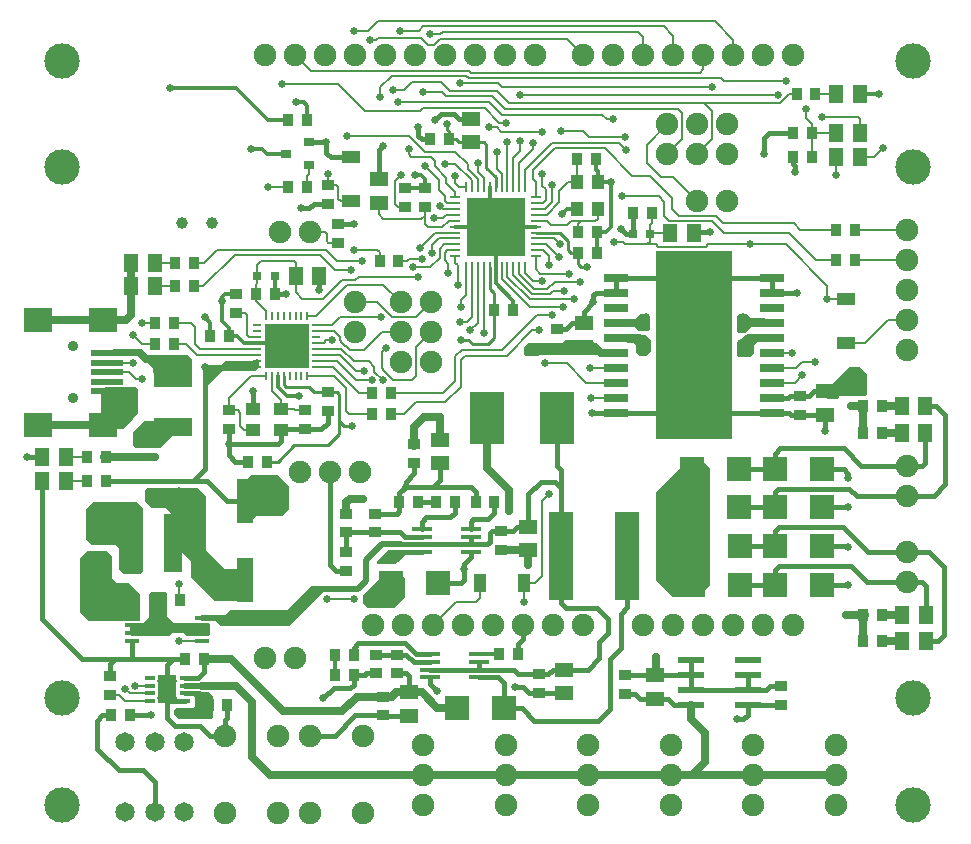
<source format=gtl>
%FSLAX23Y23*%
%MOIN*%
G70*
G01*
G75*
G04 Layer_Physical_Order=1*
G04 Layer_Color=255*
%ADD10R,0.039X0.037*%
%ADD11R,0.050X0.060*%
%ADD12R,0.060X0.050*%
%ADD13R,0.059X0.039*%
%ADD14R,0.083X0.026*%
%ADD15R,0.256X0.630*%
%ADD16R,0.035X0.031*%
%ADD17R,0.035X0.031*%
%ADD18R,0.028X0.031*%
%ADD19R,0.039X0.059*%
%ADD20R,0.197X0.197*%
%ADD21R,0.035X0.010*%
%ADD22R,0.010X0.035*%
%ADD23R,0.118X0.177*%
%ADD24R,0.079X0.295*%
%ADD25R,0.126X0.059*%
%ADD26R,0.055X0.150*%
%ADD27R,0.050X0.014*%
%ADD28R,0.110X0.020*%
%ADD29R,0.098X0.079*%
%ADD30R,0.087X0.024*%
%ADD31R,0.071X0.016*%
%ADD32R,0.079X0.079*%
%ADD33R,0.047X0.043*%
%ADD34R,0.043X0.047*%
%ADD35R,0.063X0.197*%
%ADD36R,0.010X0.026*%
%ADD37R,0.026X0.010*%
%ADD38R,0.150X0.150*%
%ADD39R,0.037X0.039*%
G04:AMPARAMS|DCode=40|XSize=14mil|YSize=33mil|CornerRadius=1mil|HoleSize=0mil|Usage=FLASHONLY|Rotation=270.000|XOffset=0mil|YOffset=0mil|HoleType=Round|Shape=RoundedRectangle|*
%AMROUNDEDRECTD40*
21,1,0.014,0.031,0,0,270.0*
21,1,0.011,0.033,0,0,270.0*
1,1,0.003,-0.015,-0.006*
1,1,0.003,-0.015,0.006*
1,1,0.003,0.015,0.006*
1,1,0.003,0.015,-0.006*
%
%ADD40ROUNDEDRECTD40*%
%ADD41R,0.063X0.094*%
%ADD42C,0.008*%
%ADD43C,0.015*%
%ADD44C,0.020*%
%ADD45C,0.025*%
%ADD46C,0.018*%
%ADD47C,0.012*%
%ADD48C,0.010*%
%ADD49C,0.075*%
%ADD50C,0.065*%
%ADD51C,0.118*%
%ADD52C,0.035*%
%ADD53C,0.025*%
%ADD54C,0.039*%
G36*
X1308Y943D02*
X1319Y932D01*
Y911D01*
Y869D01*
X1318Y868D01*
X1283Y833D01*
X1195D01*
X1189Y839D01*
X1178Y850D01*
Y875D01*
X1196Y893D01*
X1232Y929D01*
X1234D01*
D01*
D01*
D01*
D01*
X1234D01*
Y929D01*
X1234Y929D01*
D01*
X1238Y929D01*
X1238D01*
D01*
D01*
Y929D01*
Y929D01*
X1248D01*
X1238Y931D01*
Y931D01*
X1238Y931D01*
X1237Y932D01*
X1237Y947D01*
X1304D01*
X1308Y943D01*
D02*
G37*
G36*
X2336Y1298D02*
Y1260D01*
Y910D01*
X2321Y895D01*
X2294Y868D01*
X2213D01*
X2205Y876D01*
X2156Y925D01*
Y1074D01*
Y1220D01*
X2254Y1318D01*
X2251Y1323D01*
X2254Y1327D01*
X2305D01*
X2306Y1328D01*
X2336Y1298D01*
D02*
G37*
G36*
X431Y1179D02*
X444Y1166D01*
Y1160D01*
Y953D01*
X436Y945D01*
X381D01*
X366Y960D01*
Y963D01*
Y1031D01*
X364Y1033D01*
X355Y1042D01*
X276D01*
X275Y1043D01*
X258Y1060D01*
X257D01*
Y1162D01*
X281Y1186D01*
X424D01*
X431Y1179D01*
D02*
G37*
G36*
X932Y1238D02*
Y1236D01*
Y1162D01*
X910Y1140D01*
X908Y1138D01*
X823D01*
X806Y1121D01*
X786Y1139D01*
Y1253D01*
X787Y1254D01*
X807Y1274D01*
X896D01*
X932Y1238D01*
D02*
G37*
G36*
X1322Y1013D02*
X1320Y1011D01*
X1287Y978D01*
X1229D01*
X1226Y981D01*
Y989D01*
X1263Y1026D01*
X1306D01*
X1308Y1026D01*
X1322D01*
Y1013D01*
D02*
G37*
G36*
X526Y880D02*
Y839D01*
Y805D01*
X530Y801D01*
X548Y783D01*
X635D01*
X642Y782D01*
X664D01*
X670Y776D01*
Y744D01*
X665Y739D01*
X591D01*
X582Y748D01*
X543D01*
X534Y739D01*
X419D01*
X418Y740D01*
X417Y741D01*
Y781D01*
X446D01*
X466Y801D01*
Y807D01*
Y877D01*
X467Y878D01*
X473Y884D01*
X522D01*
X526Y880D01*
D02*
G37*
G36*
X642Y553D02*
X664D01*
X678Y539D01*
Y468D01*
X671Y461D01*
X566D01*
X548Y479D01*
Y493D01*
X555Y500D01*
X613D01*
X619Y506D01*
Y536D01*
X607Y548D01*
Y554D01*
X634D01*
X642Y553D01*
D02*
G37*
G36*
X1060Y899D02*
X932Y771D01*
X705D01*
X684Y792D01*
X667D01*
Y797D01*
X667Y797D01*
X667Y797D01*
X668Y800D01*
X710D01*
X735Y825D01*
X928D01*
X1007Y904D01*
X1058D01*
X1060Y899D01*
D02*
G37*
G36*
X655Y1207D02*
Y1027D01*
X720Y962D01*
X781D01*
X800Y943D01*
Y882D01*
X775Y857D01*
X683D01*
X605Y935D01*
Y989D01*
X541Y1053D01*
Y1145D01*
X522Y1164D01*
X474D01*
X453Y1185D01*
Y1226D01*
X460Y1233D01*
X629D01*
X655Y1207D01*
D02*
G37*
G36*
X343Y1004D02*
Y933D01*
X359Y917D01*
X398D01*
X436Y879D01*
Y790D01*
X264D01*
X237Y817D01*
Y999D01*
X259Y1021D01*
X326D01*
X343Y1004D01*
D02*
G37*
G36*
X2124Y1739D02*
X2139Y1724D01*
Y1700D01*
Y1686D01*
X2127Y1674D01*
X2125Y1672D01*
X2102D01*
X2091Y1683D01*
X2089Y1685D01*
Y1706D01*
Y1710D01*
X2083Y1716D01*
X2063D01*
X2050Y1729D01*
X2049Y1730D01*
Y1743D01*
X2120D01*
X2124Y1739D01*
D02*
G37*
G36*
X1980Y1688D02*
Y1685D01*
X2007D01*
X2012Y1680D01*
X2010Y1675D01*
X1767D01*
X1764Y1672D01*
X1723D01*
X1716Y1679D01*
Y1700D01*
X1730Y1714D01*
X1843D01*
X1856Y1727D01*
X1941D01*
X1980Y1688D01*
D02*
G37*
G36*
X2518Y1741D02*
Y1724D01*
X2497D01*
X2494Y1721D01*
X2482Y1709D01*
Y1705D01*
Y1681D01*
X2479Y1678D01*
X2470Y1669D01*
X2434D01*
X2433Y1670D01*
X2427Y1676D01*
Y1677D01*
Y1716D01*
X2429Y1718D01*
X2453Y1742D01*
X2454D01*
X2454Y1742D01*
X2457Y1742D01*
X2458Y1743D01*
X2516D01*
X2518Y1741D01*
D02*
G37*
G36*
X2135Y1807D02*
X2136Y1806D01*
Y1764D01*
Y1762D01*
X2129Y1755D01*
X2128Y1756D01*
X2098D01*
X2078Y1776D01*
X2077Y1775D01*
X2046D01*
Y1785D01*
X2046Y1785D01*
X2046Y1785D01*
X2047Y1787D01*
X2079D01*
X2103Y1811D01*
X2104Y1812D01*
X2130D01*
X2135Y1807D01*
D02*
G37*
G36*
X2460Y1811D02*
X2473Y1798D01*
X2519D01*
X2534Y1783D01*
X2525Y1770D01*
X2474D01*
X2466Y1762D01*
X2454Y1750D01*
X2431D01*
X2425Y1756D01*
Y1766D01*
Y1803D01*
X2430Y1808D01*
X2435Y1813D01*
X2458D01*
X2460Y1811D01*
D02*
G37*
G36*
X2860Y1611D02*
Y1547D01*
Y1545D01*
X2856Y1541D01*
X2855Y1540D01*
X2766D01*
Y1537D01*
X2759Y1530D01*
X2727D01*
X2719Y1554D01*
X2799Y1634D01*
X2837D01*
X2860Y1611D01*
D02*
G37*
G36*
X542Y1413D02*
X546Y1409D01*
X503Y1366D01*
X419D01*
X411Y1374D01*
Y1375D01*
Y1417D01*
X450Y1456D01*
X542D01*
Y1413D01*
D02*
G37*
G36*
X417Y1484D02*
X377Y1444D01*
X376Y1443D01*
X307D01*
Y1554D01*
X309Y1555D01*
Y1555D01*
X309Y1555D01*
X417D01*
Y1484D01*
D02*
G37*
G36*
X825Y1629D02*
X819Y1623D01*
X712D01*
X712Y1624D01*
X657Y1569D01*
X652Y1570D01*
X651Y1635D01*
X655Y1639D01*
X702D01*
X719Y1656D01*
X825D01*
X825Y1629D01*
D02*
G37*
G36*
X446Y1691D02*
X463Y1674D01*
X595D01*
X598Y1671D01*
X610Y1659D01*
Y1657D01*
Y1627D01*
X591Y1608D01*
X491D01*
X490Y1609D01*
X479Y1620D01*
Y1623D01*
Y1631D01*
X451Y1659D01*
X429Y1681D01*
X339D01*
X337Y1686D01*
X348Y1697D01*
X440D01*
X446Y1691D01*
D02*
G37*
D10*
X731Y1491D02*
D03*
Y1428D02*
D03*
X1826Y1761D02*
D03*
Y1698D02*
D03*
X2634Y1539D02*
D03*
Y1476D02*
D03*
X1319Y2169D02*
D03*
Y2232D02*
D03*
X1385D02*
D03*
Y2169D02*
D03*
X1061Y1553D02*
D03*
Y1490D02*
D03*
X987Y1428D02*
D03*
Y1491D02*
D03*
X2572Y573D02*
D03*
Y510D02*
D03*
X2053Y608D02*
D03*
Y545D02*
D03*
X1766Y612D02*
D03*
Y549D02*
D03*
X1247Y474D02*
D03*
Y537D02*
D03*
X1640Y1088D02*
D03*
Y1025D02*
D03*
X1350Y1315D02*
D03*
Y1378D02*
D03*
X755Y1815D02*
D03*
Y1878D02*
D03*
X1061Y2178D02*
D03*
Y2241D02*
D03*
X1097Y2113D02*
D03*
Y2050D02*
D03*
X1121Y1019D02*
D03*
Y956D02*
D03*
Y1084D02*
D03*
Y1147D02*
D03*
X1220Y1084D02*
D03*
Y1147D02*
D03*
X1291Y614D02*
D03*
Y677D02*
D03*
X1221Y614D02*
D03*
Y677D02*
D03*
X335Y542D02*
D03*
Y605D02*
D03*
D11*
X3053Y1417D02*
D03*
X2975D02*
D03*
X3053Y1505D02*
D03*
X2975D02*
D03*
X2977Y808D02*
D03*
X3055D02*
D03*
X2977Y721D02*
D03*
X3055D02*
D03*
X2835Y2417D02*
D03*
X2757D02*
D03*
X2835Y2337D02*
D03*
X2757D02*
D03*
Y2545D02*
D03*
X2835D02*
D03*
X954Y1940D02*
D03*
X1032D02*
D03*
X484Y1982D02*
D03*
X406D02*
D03*
X484Y1904D02*
D03*
X406D02*
D03*
X110Y1335D02*
D03*
X188D02*
D03*
X110Y1255D02*
D03*
X188D02*
D03*
X2281Y2081D02*
D03*
X2203D02*
D03*
D12*
X1231Y2183D02*
D03*
Y2261D02*
D03*
X1915Y1781D02*
D03*
Y1703D02*
D03*
X2719Y1476D02*
D03*
Y1554D02*
D03*
X1539Y2384D02*
D03*
Y2462D02*
D03*
X2153Y608D02*
D03*
Y530D02*
D03*
X1435Y1393D02*
D03*
Y1315D02*
D03*
X1730Y1025D02*
D03*
Y1103D02*
D03*
X1850Y627D02*
D03*
Y549D02*
D03*
X1331Y473D02*
D03*
Y551D02*
D03*
D13*
X1140Y2334D02*
D03*
Y2188D02*
D03*
X2790Y1861D02*
D03*
Y1715D02*
D03*
D14*
X2023Y1933D02*
D03*
Y1883D02*
D03*
Y1833D02*
D03*
Y1783D02*
D03*
Y1733D02*
D03*
Y1683D02*
D03*
Y1633D02*
D03*
Y1583D02*
D03*
Y1533D02*
D03*
Y1483D02*
D03*
X2541Y1933D02*
D03*
Y1883D02*
D03*
Y1833D02*
D03*
Y1783D02*
D03*
Y1733D02*
D03*
Y1683D02*
D03*
Y1633D02*
D03*
Y1583D02*
D03*
Y1533D02*
D03*
Y1483D02*
D03*
D15*
X2282Y1708D02*
D03*
D16*
X1000Y2310D02*
D03*
D17*
Y2385D02*
D03*
X921Y2347D02*
D03*
D18*
X2079Y2080D02*
D03*
X2136D02*
D03*
X884Y1940D02*
D03*
X827D02*
D03*
D19*
X1569Y915D02*
D03*
X1715D02*
D03*
D20*
X1621Y2103D02*
D03*
D21*
X1755Y2005D02*
D03*
Y2024D02*
D03*
Y2044D02*
D03*
Y2064D02*
D03*
Y2083D02*
D03*
Y2103D02*
D03*
Y2123D02*
D03*
Y2142D02*
D03*
Y2162D02*
D03*
Y2182D02*
D03*
Y2201D02*
D03*
X1487D02*
D03*
Y2182D02*
D03*
Y2162D02*
D03*
Y2142D02*
D03*
Y2123D02*
D03*
Y2103D02*
D03*
Y2083D02*
D03*
Y2064D02*
D03*
Y2044D02*
D03*
Y2024D02*
D03*
Y2005D02*
D03*
D22*
X1719Y2237D02*
D03*
X1700D02*
D03*
X1680D02*
D03*
X1660D02*
D03*
X1641D02*
D03*
X1621D02*
D03*
X1601D02*
D03*
X1582D02*
D03*
X1562D02*
D03*
X1542D02*
D03*
X1523D02*
D03*
Y1969D02*
D03*
X1542D02*
D03*
X1562D02*
D03*
X1582D02*
D03*
X1601D02*
D03*
X1621D02*
D03*
X1641D02*
D03*
X1660D02*
D03*
X1680D02*
D03*
X1700D02*
D03*
X1719D02*
D03*
D23*
X1591Y1465D02*
D03*
X1827D02*
D03*
D24*
X1840Y1005D02*
D03*
X2060D02*
D03*
D25*
X546Y1435D02*
D03*
Y1600D02*
D03*
D26*
X785Y925D02*
D03*
Y1189D02*
D03*
D27*
X410Y800D02*
D03*
Y774D02*
D03*
Y748D02*
D03*
Y722D02*
D03*
X642Y800D02*
D03*
Y774D02*
D03*
Y748D02*
D03*
Y722D02*
D03*
D28*
X325Y1681D02*
D03*
Y1650D02*
D03*
Y1618D02*
D03*
Y1587D02*
D03*
Y1555D02*
D03*
D29*
X311Y1443D02*
D03*
X95D02*
D03*
X311Y1793D02*
D03*
X95D02*
D03*
D30*
X2272Y660D02*
D03*
Y610D02*
D03*
Y560D02*
D03*
Y510D02*
D03*
X2461Y660D02*
D03*
Y610D02*
D03*
Y560D02*
D03*
Y510D02*
D03*
D31*
X1401Y678D02*
D03*
Y652D02*
D03*
Y627D02*
D03*
Y601D02*
D03*
X1564Y678D02*
D03*
Y652D02*
D03*
Y627D02*
D03*
Y601D02*
D03*
X1538Y1018D02*
D03*
Y1044D02*
D03*
Y1069D02*
D03*
Y1095D02*
D03*
X1375Y1018D02*
D03*
Y1044D02*
D03*
Y1069D02*
D03*
Y1095D02*
D03*
D32*
X1648Y498D02*
D03*
X1491D02*
D03*
X1273Y916D02*
D03*
X1430D02*
D03*
X2435Y909D02*
D03*
X2278D02*
D03*
X2277Y1038D02*
D03*
X2434D02*
D03*
X2433Y1170D02*
D03*
X2276D02*
D03*
Y1294D02*
D03*
X2433D02*
D03*
X2710Y909D02*
D03*
X2553D02*
D03*
X2552Y1038D02*
D03*
X2709D02*
D03*
X2708Y1170D02*
D03*
X2551D02*
D03*
Y1294D02*
D03*
X2708D02*
D03*
D33*
X905Y1427D02*
D03*
X813D02*
D03*
X905Y1495D02*
D03*
X813D02*
D03*
D34*
X1893Y2161D02*
D03*
Y2253D02*
D03*
X1961Y2161D02*
D03*
Y2253D02*
D03*
D35*
X547Y1048D02*
D03*
X413Y1046D02*
D03*
D36*
X855Y1606D02*
D03*
X875D02*
D03*
X894D02*
D03*
X914D02*
D03*
X934D02*
D03*
X954D02*
D03*
X973D02*
D03*
X993D02*
D03*
Y1804D02*
D03*
X973D02*
D03*
X954D02*
D03*
X934D02*
D03*
X914D02*
D03*
X894D02*
D03*
X875D02*
D03*
X855D02*
D03*
D37*
X1023Y1636D02*
D03*
Y1656D02*
D03*
Y1675D02*
D03*
Y1695D02*
D03*
Y1715D02*
D03*
Y1735D02*
D03*
Y1754D02*
D03*
Y1774D02*
D03*
X825D02*
D03*
Y1754D02*
D03*
Y1735D02*
D03*
Y1715D02*
D03*
Y1695D02*
D03*
Y1675D02*
D03*
Y1656D02*
D03*
Y1636D02*
D03*
D38*
X924Y1705D02*
D03*
D39*
X1466Y2394D02*
D03*
X1403D02*
D03*
X1956Y2330D02*
D03*
X1893D02*
D03*
X1895Y2084D02*
D03*
X1958D02*
D03*
Y2016D02*
D03*
X1895D02*
D03*
X1554Y1185D02*
D03*
X1617D02*
D03*
X1633Y678D02*
D03*
X1696D02*
D03*
X1300Y1185D02*
D03*
X1363D02*
D03*
X1086Y608D02*
D03*
X1149D02*
D03*
X587Y661D02*
D03*
X650D02*
D03*
X664Y510D02*
D03*
X727D02*
D03*
X796Y1320D02*
D03*
X859D02*
D03*
X733Y1738D02*
D03*
X670D02*
D03*
X1616Y1825D02*
D03*
X1679D02*
D03*
X2845Y1417D02*
D03*
X2908D02*
D03*
Y1505D02*
D03*
X2845D02*
D03*
X2847Y721D02*
D03*
X2910D02*
D03*
Y808D02*
D03*
X2847D02*
D03*
X2675Y2417D02*
D03*
X2612D02*
D03*
Y2336D02*
D03*
X2675D02*
D03*
X929Y2460D02*
D03*
X992D02*
D03*
Y2235D02*
D03*
X929D02*
D03*
X2687Y2545D02*
D03*
X2624D02*
D03*
X2820Y1993D02*
D03*
X2757D02*
D03*
Y2093D02*
D03*
X2820D02*
D03*
X2079Y2150D02*
D03*
X2142D02*
D03*
X616Y1982D02*
D03*
X553D02*
D03*
Y1904D02*
D03*
X616D02*
D03*
X1208Y1549D02*
D03*
X1271D02*
D03*
Y1479D02*
D03*
X1208D02*
D03*
X884Y1878D02*
D03*
X821D02*
D03*
X487Y1712D02*
D03*
X550D02*
D03*
Y1782D02*
D03*
X487D02*
D03*
X323Y1335D02*
D03*
X260D02*
D03*
X1422Y1185D02*
D03*
X1485D02*
D03*
X1086Y675D02*
D03*
X1149D02*
D03*
X507Y860D02*
D03*
X570D02*
D03*
X340Y475D02*
D03*
X403D02*
D03*
X323Y1255D02*
D03*
X260D02*
D03*
X1297Y1990D02*
D03*
X1234D02*
D03*
D40*
X468Y522D02*
D03*
Y548D02*
D03*
Y573D02*
D03*
Y599D02*
D03*
X584Y522D02*
D03*
Y548D02*
D03*
Y573D02*
D03*
Y599D02*
D03*
D41*
X526Y561D02*
D03*
D42*
X567Y863D02*
X570Y860D01*
X567Y863D02*
Y911D01*
X365Y542D02*
X385Y522D01*
X335Y542D02*
X365D01*
X385Y522D02*
X468D01*
X387Y562D02*
X401Y548D01*
X468D01*
X468Y573D02*
X468Y573D01*
X419Y573D02*
X468D01*
X335Y542D02*
Y552D01*
Y529D02*
Y542D01*
X1228Y2731D02*
X1372D01*
X1221Y2724D02*
X1228Y2731D01*
X1203Y2724D02*
X1221D01*
X1437Y2745D02*
X1445Y2753D01*
X2094D01*
X1403Y2745D02*
X1437D01*
X1532Y2623D02*
X1539Y2616D01*
X953Y2675D02*
X1005Y2623D01*
X1532D01*
X1539Y2616D02*
X2301D01*
X1276Y2607D02*
X1522D01*
X1531Y2598D01*
X1237Y2568D02*
X1276Y2607D01*
X1531Y2598D02*
X2372D01*
X1372Y2731D02*
X1394Y2709D01*
X1415D01*
X2313Y2628D02*
Y2675D01*
X2301Y2616D02*
X2313Y2628D01*
X2382Y2588D02*
X2590D01*
X2372Y2598D02*
X2382Y2588D01*
X1164Y1936D02*
X1361D01*
X1153Y1925D02*
X1164Y1936D01*
X1110Y1925D02*
X1153D01*
X1047Y1862D02*
X1110Y1925D01*
X1332Y1996D02*
X1374D01*
X1326Y1990D02*
X1332Y1996D01*
X1297Y1990D02*
X1326D01*
X1431Y2064D02*
X1487D01*
X1408Y2041D02*
X1431Y2064D01*
X1408Y2014D02*
Y2041D01*
X1435Y2030D02*
X1449Y2044D01*
X1487D01*
X1237Y2534D02*
Y2568D01*
X1991Y2461D02*
X2013D01*
X1642Y2568D02*
X2342D01*
X1434Y2172D02*
X1444Y2162D01*
X1487D01*
X1416Y2132D02*
X1447D01*
X1457Y2142D01*
X1456Y2249D02*
Y2267D01*
Y2249D02*
X1487Y2218D01*
Y2201D02*
Y2218D01*
X1419Y2304D02*
X1456Y2267D01*
X1432Y2226D02*
Y2260D01*
X1453Y2189D02*
Y2205D01*
X1432Y2226D02*
X1453Y2205D01*
X1385Y2307D02*
X1432Y2260D01*
X1453Y2189D02*
X1460Y2182D01*
X1487D01*
X1500Y2237D02*
X1523D01*
X1487Y2250D02*
Y2272D01*
Y2250D02*
X1500Y2237D01*
X1457Y2142D02*
X1487D01*
X1443Y2101D02*
X1465Y2123D01*
X1397Y2101D02*
X1443D01*
X1465Y2123D02*
X1487D01*
X1523Y1875D02*
Y1969D01*
X1506Y1858D02*
X1523Y1875D01*
X1506Y1835D02*
Y1858D01*
X1542Y1803D02*
Y1969D01*
X2588Y2044D02*
X2727Y1905D01*
X2470Y2044D02*
X2588D01*
X2727Y1861D02*
Y1905D01*
X1777Y1189D02*
X1799Y1211D01*
X1777Y939D02*
Y1189D01*
X1753Y915D02*
X1777Y939D01*
X1715Y915D02*
X1753D01*
X1680Y2237D02*
Y2332D01*
X1703Y2355D01*
X1700Y2237D02*
Y2315D01*
X1747Y2362D01*
X1703Y2355D02*
Y2389D01*
X1747Y2362D02*
Y2383D01*
X1419Y2304D02*
Y2323D01*
X1406Y2336D02*
X1419Y2323D01*
X1385Y2352D02*
X1487D01*
X1331Y2406D02*
X1385Y2352D01*
X1127Y2406D02*
X1331D01*
X1061Y2241D02*
Y2280D01*
X1086Y1960D02*
X1140D01*
X1719Y2237D02*
Y2292D01*
X2032Y2383D02*
X2055Y2360D01*
X1810Y2383D02*
X2032D01*
X1719Y2292D02*
X1810Y2383D01*
X2820Y1993D02*
X2990D01*
X2820Y2093D02*
X2990D01*
X2618Y1583D02*
X2643Y1608D01*
X2541Y1583D02*
X2618D01*
X2541Y1683D02*
X2610D01*
X1680Y1941D02*
Y1969D01*
X1660Y1936D02*
Y1969D01*
Y1936D02*
X1734Y1862D01*
X1882D01*
X1935Y1633D02*
X2023D01*
X1940Y1533D02*
X2023D01*
X1735Y1836D02*
X1846D01*
X1641Y1930D02*
X1735Y1836D01*
X1641Y1930D02*
Y1969D01*
X1487Y2005D02*
X1487Y2005D01*
X1758Y1808D02*
X1810D01*
X1743Y1758D02*
X1767D01*
X1582Y1750D02*
Y1969D01*
X1562D02*
X1562Y1969D01*
X1453Y1519D02*
X1504Y1570D01*
X1355Y1519D02*
X1453D01*
X1315Y1479D02*
X1355Y1519D01*
X1271Y1479D02*
X1315Y1479D01*
X954Y1884D02*
Y1940D01*
X976Y1862D02*
X1047D01*
X954Y1884D02*
X976Y1862D01*
X799Y1735D02*
X825D01*
X484Y1982D02*
X553Y1982D01*
X484Y1904D02*
X553Y1904D01*
X1022Y1804D02*
X1127Y1909D01*
X993Y1804D02*
X1022D01*
X1101Y1725D02*
Y1735D01*
X1082Y1754D02*
X1101Y1735D01*
X1023Y1754D02*
X1082D01*
X1107Y1695D02*
X1148Y1654D01*
X1198D01*
X1023Y1695D02*
X1107D01*
X1101Y1675D02*
X1155Y1621D01*
X1181D01*
X1023Y1675D02*
X1101D01*
X1092Y1656D02*
X1156Y1592D01*
X1208D01*
X1023Y1656D02*
X1092D01*
X1166Y1549D02*
X1208D01*
X1079Y1636D02*
X1166Y1549D01*
X1023Y1636D02*
X1079D01*
X1121Y1490D02*
Y1566D01*
X1081Y1606D02*
X1121Y1566D01*
X993Y1606D02*
X1081D01*
X616Y1982D02*
X649Y1982D01*
X1097Y2056D02*
X1099Y2054D01*
X606Y1982D02*
X616D01*
X827Y1940D02*
Y1975D01*
X840Y1988D01*
X948D01*
X954Y1982D01*
Y1940D02*
Y1982D01*
X1132Y1479D02*
X1208Y1479D01*
X1121Y1490D02*
X1132Y1479D01*
X875Y1554D02*
X905Y1524D01*
Y1495D02*
Y1524D01*
X875Y1554D02*
Y1606D01*
X805D02*
X855D01*
X731Y1532D02*
X805Y1606D01*
X188Y1335D02*
X260D01*
X188Y1255D02*
X260Y1255D01*
X1715Y915D02*
X1715Y915D01*
Y853D02*
Y915D01*
X1569Y866D02*
Y915D01*
X1554Y851D02*
X1569Y866D01*
X1488Y851D02*
X1554D01*
X1413Y775D02*
X1488Y851D01*
X1700Y1944D02*
Y1969D01*
X1863Y2253D02*
X1893D01*
X1755Y2182D02*
X1779D01*
X1789Y2192D01*
Y2228D01*
X1777Y2240D02*
X1789Y2228D01*
X1777Y2240D02*
Y2278D01*
X1833Y2223D02*
X1863Y2253D01*
X1893D02*
Y2330D01*
X1755Y2064D02*
X1815D01*
X1835Y2044D01*
X1755Y2201D02*
Y2253D01*
X1746Y2262D02*
X1755Y2253D01*
X1746Y2262D02*
Y2291D01*
X1819Y2364D01*
X2541Y1633D02*
X2621D01*
X2641Y1653D01*
X2685D01*
X1702Y2543D02*
X2561D01*
X1626Y2295D02*
Y2352D01*
Y2295D02*
X1641Y2280D01*
Y2237D02*
Y2280D01*
X1582Y2237D02*
Y2266D01*
X1563Y2285D02*
X1582Y2266D01*
X1563Y2285D02*
Y2316D01*
X1542Y2237D02*
Y2258D01*
X1487Y2313D02*
X1542Y2258D01*
X1452Y2313D02*
X1487D01*
X2213Y2675D02*
Y2740D01*
X1660Y2385D02*
X1660Y2385D01*
Y2237D02*
Y2385D01*
X1786Y1648D02*
X1858D01*
X1923Y1583D01*
X2023D01*
X1415Y2709D02*
X1434Y2728D01*
X1459Y2024D02*
X1487D01*
X1451Y2016D02*
X1459Y2024D01*
X1439Y2064D02*
X1487D01*
X1285Y2256D02*
X1306Y2277D01*
X1743Y1878D02*
X1801D01*
X1680Y1941D02*
X1743Y1878D01*
X1801D02*
X1813Y1890D01*
X1849D01*
X1700Y1944D02*
X1710Y1934D01*
X1738Y1906D01*
X1710Y1934D02*
X1750Y1894D01*
X1792D01*
X1818Y1920D01*
X1849D01*
X1829D02*
X1849D01*
X1903D01*
X1745Y1922D02*
X1777D01*
X1719Y1948D02*
X1745Y1922D01*
X1719Y1948D02*
Y1969D01*
X1799Y1974D02*
Y2004D01*
X1755Y2024D02*
X1779D01*
X1799Y2004D01*
X1755Y2044D02*
X1790D01*
X1833Y2001D01*
X1770Y1947D02*
X1865D01*
X1755Y1962D02*
X1770Y1947D01*
X1755Y1962D02*
Y2005D01*
X2675Y2336D02*
Y2417D01*
X2757D01*
X2835D02*
Y2463D01*
X2828Y2470D02*
X2835Y2463D01*
X2708Y2470D02*
X2828D01*
X2757Y2276D02*
Y2337D01*
X2835D02*
X2835Y2337D01*
X2835Y2337D02*
X2882D01*
X2882Y2337D02*
X2912Y2367D01*
X2654Y2495D02*
Y2499D01*
X2675Y2417D02*
Y2445D01*
X2654Y2466D02*
X2675Y2445D01*
X2654Y2466D02*
Y2495D01*
X2687Y2545D02*
X2757Y2545D01*
X2790Y1715D02*
X2851D01*
X2929Y1793D01*
X2991D01*
X1562Y2237D02*
Y2261D01*
X1528Y2295D02*
X1562Y2261D01*
X1487Y2352D02*
X1528Y2311D01*
Y2295D02*
Y2311D01*
X1658Y1673D02*
X1743Y1758D01*
X1446Y1549D02*
X1486Y1589D01*
Y1671D01*
X1508Y1693D01*
X1643D01*
X1271Y1549D02*
X1446Y1549D01*
X1643Y1693D02*
X1758Y1808D01*
X863Y2235D02*
X929D01*
X863Y2235D02*
X863Y2235D01*
X908Y2578D02*
X1095D01*
X1185Y2488D01*
X1278Y2559D02*
X1317D01*
X1342Y2584D01*
X1976Y2476D02*
X1991Y2461D01*
X1642Y2476D02*
X1976D01*
X1633Y2450D02*
X1657D01*
X1584Y2499D02*
X1633Y2450D01*
X1296Y2519D02*
X1599D01*
X1642Y2476D01*
X1502Y2582D02*
X1628D01*
X1642Y2568D01*
X1342Y2584D02*
X1440D01*
X1469Y2555D01*
X1379Y2551D02*
X1443D01*
X1456Y2538D01*
X1608D01*
X1652Y2494D01*
X1469Y2555D02*
X1626D01*
X1664Y2517D01*
X2270D01*
X1379Y2499D02*
X1584D01*
X1185Y2488D02*
X1368D01*
X1379Y2499D01*
X1058Y861D02*
X1149D01*
X1494Y1909D02*
Y1974D01*
X1487Y1981D02*
Y2005D01*
Y1981D02*
X1494Y1974D01*
X1463Y1950D02*
Y1979D01*
X1451Y1991D02*
Y2016D01*
Y1991D02*
X1463Y1979D01*
X1435Y2000D02*
Y2030D01*
X1347Y1968D02*
X1403D01*
X1435Y2000D01*
X1418Y2083D02*
X1487D01*
X1368Y2033D02*
X1418Y2083D01*
X1787Y2162D02*
X1810Y2185D01*
X1755Y2162D02*
X1787D01*
X1810Y2185D02*
Y2242D01*
X1755Y2142D02*
X1791D01*
X1833Y2184D01*
Y2223D01*
X1860Y2728D02*
X1913Y2675D01*
X1434Y2728D02*
X1860D01*
X2113Y2675D02*
Y2734D01*
X2094Y2753D02*
X2113Y2734D01*
X2182Y2771D02*
X2213Y2740D01*
X2413Y2675D02*
Y2727D01*
X1194Y2754D02*
X1229Y2789D01*
X1148Y2754D02*
X1194D01*
X1229Y2789D02*
X2351D01*
X2413Y2727D01*
X1302Y2756D02*
X1364D01*
X1379Y2771D01*
X2182D01*
X1091Y1989D02*
X1175D01*
X693Y2026D02*
X1054D01*
X649Y1982D02*
X693Y2026D01*
X1054D02*
X1091Y1989D01*
X616Y1904D02*
X647Y1904D01*
X752Y2009D02*
X1037D01*
X647Y1904D02*
X752Y2009D01*
X1037D02*
X1086Y1960D01*
X1398Y2336D02*
X1406D01*
X1331Y2345D02*
X1340Y2336D01*
X1331Y2345D02*
Y2361D01*
X1340Y2336D02*
X1398D01*
X1840Y2423D02*
X1911D01*
X1931Y2403D02*
X2053D01*
X1911Y2423D02*
X1931Y2403D01*
X1600Y2434D02*
X1626D01*
X1640Y2420D02*
X1776D01*
X1626Y2434D02*
X1640Y2420D01*
X1503Y1786D02*
X1525D01*
X1542Y1803D01*
X1537Y1758D02*
X1562Y1783D01*
Y1969D01*
X1504Y1570D02*
Y1658D01*
X1519Y1673D01*
X1658D01*
X1023Y1715D02*
X1048D01*
X1057Y1724D01*
X1069D01*
X1074D01*
X731Y1491D02*
X762D01*
X731Y1485D02*
Y1532D01*
X782Y1427D02*
X813D01*
X770Y1439D02*
X782Y1427D01*
X762Y1491D02*
X770Y1483D01*
Y1439D02*
Y1483D01*
X952Y1491D02*
X987D01*
X948Y1495D02*
X952Y1491D01*
X905Y1495D02*
X948D01*
X1961Y2129D02*
Y2161D01*
X1953Y2121D02*
X1961Y2129D01*
X1860Y2108D02*
X1873Y2121D01*
X1807Y2108D02*
X1860D01*
X1755Y2123D02*
X1792D01*
X1807Y2108D01*
X1895Y2084D02*
Y2112D01*
X1873Y2121D02*
X1904D01*
X1953D01*
X1895Y2112D02*
X1904Y2121D01*
X1385Y2113D02*
X1397Y2101D01*
X1231Y2144D02*
X1247Y2128D01*
X1373D01*
X1231Y2144D02*
Y2183D01*
X1385Y2169D02*
X1385Y2169D01*
X1373Y2128D02*
X1385Y2140D01*
Y2113D02*
Y2140D01*
Y2169D01*
X1285Y2249D02*
Y2256D01*
Y2178D02*
X1294Y2169D01*
X1319D01*
X1285Y2178D02*
Y2249D01*
X1819Y2364D02*
X1986D01*
X2046Y2051D02*
X2053Y2044D01*
X2017Y2051D02*
X2046D01*
X2136Y2053D02*
Y2080D01*
X2053Y2044D02*
X2127D01*
X2136Y2053D01*
X2757Y2093D02*
X2763D01*
X792Y1742D02*
X799Y1735D01*
X792Y1742D02*
Y1762D01*
X786Y1815D02*
X792Y1809D01*
X755Y1815D02*
X786D01*
X792Y1762D02*
Y1809D01*
X855Y1804D02*
Y1821D01*
X821Y1855D02*
Y1878D01*
Y1855D02*
X855Y1821D01*
X821Y1878D02*
Y1908D01*
X827Y1914D02*
Y1940D01*
X821Y1908D02*
X827Y1914D01*
X1069Y1724D02*
X1072Y1727D01*
X1052Y2084D02*
X1058Y2079D01*
Y2056D02*
X1063Y2050D01*
X1002Y2084D02*
X1052D01*
X1063Y2050D02*
X1097D01*
X1058Y2056D02*
Y2079D01*
X2136Y2080D02*
Y2108D01*
X2142Y2114D01*
Y2150D01*
X2570Y2517D02*
X2598Y2545D01*
X1105Y2188D02*
X1140D01*
X1097Y2196D02*
X1105Y2188D01*
X1097Y2196D02*
Y2234D01*
X1090Y2241D02*
X1097Y2234D01*
X1061Y2241D02*
X1090D01*
X992Y2235D02*
Y2271D01*
X1000Y2279D01*
Y2310D01*
X1227Y2025D02*
X1234Y2018D01*
Y1990D02*
Y2018D01*
X1148Y2025D02*
X1227D01*
X1127Y1909D02*
X1247D01*
X1304Y1852D01*
X1354Y1802D02*
X1404Y1852D01*
X1101Y1725D02*
X1110Y1716D01*
X1124Y1702D01*
X1110Y1716D02*
X1134Y1692D01*
X1216Y1619D02*
X1244Y1591D01*
X1198Y1654D02*
X1216Y1636D01*
Y1619D02*
Y1636D01*
X1354Y1702D02*
X1404Y1752D01*
X1354Y1605D02*
Y1702D01*
X1342Y1593D02*
X1354Y1605D01*
X1241Y1752D02*
X1304D01*
X1134Y1692D02*
X1181D01*
X1241Y1752D01*
X1279Y1593D02*
X1342D01*
X1153Y1852D02*
X1226D01*
X1276Y1802D02*
X1354D01*
X1226Y1852D02*
X1276Y1802D01*
X1023Y1774D02*
X1075D01*
X1247Y1625D02*
X1256Y1616D01*
X1279Y1593D01*
X1241Y1631D02*
X1256Y1616D01*
X1241Y1631D02*
Y1685D01*
X1256Y1700D01*
X1103Y1802D02*
X1239D01*
X1075Y1774D02*
X1103Y1802D01*
X2043Y2206D02*
X2164D01*
X2689Y1993D02*
X2757D01*
X2164Y2206D02*
X2183Y2187D01*
X2599Y2083D02*
X2689Y1993D01*
X2616Y2114D02*
X2637Y2093D01*
X2757D01*
X2330Y2044D02*
X2470D01*
X2162Y2037D02*
X2323D01*
X2127Y2044D02*
X2155D01*
X2162Y2037D01*
X2323D02*
X2330Y2044D01*
X2137Y2081D02*
X2203D01*
X2136Y2080D02*
X2137Y2081D01*
X2727Y1861D02*
X2790D01*
X2183Y2139D02*
Y2187D01*
Y2139D02*
X2199Y2123D01*
X2343D02*
X2383Y2083D01*
X2599D01*
X2199Y2123D02*
X2343D01*
X2380Y2114D02*
X2616D01*
X2233Y2139D02*
X2355D01*
X2210Y2162D02*
X2233Y2139D01*
X2210Y2162D02*
Y2198D01*
X2135Y2273D02*
X2210Y2198D01*
X2077Y2273D02*
X2135D01*
X1986Y2364D02*
X2077Y2273D01*
X2355Y2139D02*
X2380Y2114D01*
X2125Y2315D02*
X2171Y2269D01*
X2125Y2315D02*
Y2376D01*
X2193Y2444D01*
X2171Y2269D02*
X2213D01*
X2293Y2189D01*
X2230Y2494D02*
X2243Y2481D01*
Y2394D02*
Y2481D01*
X2193Y2344D02*
X2243Y2394D01*
X1652Y2494D02*
X2230D01*
X2293Y2344D02*
X2343Y2394D01*
Y2490D01*
X2316Y2517D02*
X2343Y2490D01*
X2270Y2517D02*
X2316D01*
X2570D01*
X2598Y2545D02*
X2636D01*
X567Y722D02*
X642D01*
X325Y1618D02*
X399D01*
X421Y1596D01*
X443D01*
Y1782D02*
X487D01*
X635Y1695D02*
X825D01*
X618Y1712D02*
X635Y1695D01*
X605Y1782D02*
X618Y1769D01*
X550Y1782D02*
X605D01*
X618Y1712D02*
Y1769D01*
X625Y1675D02*
X825D01*
X550Y1712D02*
X588D01*
X625Y1675D01*
X325Y1650D02*
X413D01*
X413Y1650D01*
X486Y1711D02*
X487Y1712D01*
X442D02*
X487D01*
X413Y1741D02*
X442Y1712D01*
D43*
X483Y774D02*
X507Y798D01*
X483Y774D02*
X642D01*
X410D02*
X483D01*
X2060Y834D02*
Y1005D01*
X2038Y812D02*
X2060Y834D01*
X2038Y699D02*
Y812D01*
X1938Y457D02*
X1962D01*
X2002Y663D02*
X2038Y699D01*
X2002Y497D02*
Y663D01*
X1962Y457D02*
X2002Y497D01*
X1749Y457D02*
X1938D01*
X2038Y2096D02*
X2054Y2080D01*
X2079D01*
X884Y1878D02*
X884Y1878D01*
X921D01*
X1032Y1892D02*
Y1940D01*
X753Y1320D02*
X796D01*
X731Y1342D02*
X753Y1320D01*
X731Y1342D02*
Y1380D01*
X1061Y1450D02*
Y1490D01*
X1039Y1428D02*
X1061Y1450D01*
X987Y1428D02*
X1039D01*
X905Y1390D02*
Y1427D01*
X895Y1380D02*
X905Y1390D01*
X731Y1380D02*
X895D01*
X907Y1428D02*
X987D01*
X813Y1496D02*
Y1556D01*
X731Y1380D02*
Y1428D01*
X2112Y530D02*
X2153D01*
X2197D01*
X2217Y510D01*
X2272D01*
Y560D02*
Y610D01*
X2153Y608D02*
X2270D01*
X2053Y608D02*
X2153Y608D01*
X1001Y406D02*
X1085D01*
X1401Y580D02*
X1424Y557D01*
X1401Y580D02*
Y601D01*
X1401Y601D01*
X1713Y728D02*
Y775D01*
X1696Y711D02*
X1713Y728D01*
X1696Y678D02*
Y711D01*
X1708Y498D02*
X1749Y457D01*
X1648Y498D02*
X1708D01*
X1648D02*
Y583D01*
X1630Y601D02*
X1648Y583D01*
X1564Y601D02*
X1630D01*
X1306Y1044D02*
X1375Y1044D01*
X2272Y610D02*
Y660D01*
X2461Y560D02*
Y610D01*
X2272Y560D02*
X2461D01*
X1538Y1044D02*
Y1069D01*
X642Y748D02*
Y774D01*
X410Y748D02*
Y774D01*
X2634Y1533D02*
X2634Y1533D01*
X2719Y1554D02*
X2785D01*
X2818Y1587D01*
X1096Y2334D02*
X1140D01*
X1000Y2385D02*
X1055D01*
X1071Y2334D02*
X1140D01*
X1055Y2350D02*
X1071Y2334D01*
X1055Y2350D02*
Y2385D01*
X1231Y2261D02*
Y2359D01*
X1538Y2461D02*
X1539Y2462D01*
X2079Y2080D02*
Y2150D01*
X1375Y2394D02*
X1403D01*
X1363Y2406D02*
X1375Y2394D01*
X1363Y2406D02*
Y2435D01*
X1419Y2459D02*
X1438Y2478D01*
X1482D01*
X1498Y2462D01*
X1539D01*
X652Y1295D02*
Y1636D01*
X660Y1255D02*
X726Y1189D01*
X785D01*
X612Y1255D02*
X652Y1295D01*
X464Y1255D02*
X612D01*
X660D01*
X2461Y510D02*
X2561D01*
X1375Y1044D02*
X1538D01*
X2515Y2344D02*
Y2399D01*
X2533Y2417D01*
X2612Y2417D01*
X2461Y477D02*
Y510D01*
X2424Y463D02*
X2447D01*
X2461Y477D01*
X1231Y2359D02*
X1243Y2371D01*
X2536Y573D02*
X2572D01*
X2461Y560D02*
X2523D01*
X2536Y573D01*
X2102Y530D02*
X2153D01*
X2087Y545D02*
X2102Y530D01*
X2053Y545D02*
X2087D01*
X1047Y531D02*
X1081Y565D01*
X1137D01*
X1766Y549D02*
X1850D01*
X1766Y549D02*
X1766Y549D01*
X1733Y549D02*
X1766D01*
X1712Y570D02*
X1733Y549D01*
X1687Y570D02*
X1712D01*
X1592Y1044D02*
X1601Y1053D01*
X1538Y1044D02*
X1592D01*
X1601Y1081D02*
X1608Y1088D01*
X1601Y1053D02*
Y1081D01*
X1608Y1088D02*
X1640D01*
X1375Y1095D02*
Y1120D01*
X1389Y1134D01*
X1538Y1095D02*
Y1119D01*
X1547Y1128D01*
X1597D01*
X1617Y1148D01*
Y1185D01*
X2634Y1539D02*
X2666D01*
X2681Y1554D01*
X2719D01*
X2541Y1533D02*
X2595D01*
X2601Y1539D02*
X2634D01*
X2595Y1533D02*
X2601Y1539D01*
X2281Y2086D02*
X2334D01*
X2335Y2087D01*
X507Y798D02*
Y860D01*
X1149Y675D02*
Y700D01*
X1163Y714D01*
X1319D01*
X1355Y678D02*
X1401D01*
X1319Y714D02*
X1355Y678D01*
X1247Y474D02*
X1248Y473D01*
X1331D01*
X1085Y406D02*
X1153Y474D01*
X1247D01*
X1190Y614D02*
X1221D01*
X1184Y608D02*
X1190Y614D01*
X1149Y608D02*
X1156D01*
X1184D01*
X1137Y565D02*
X1149Y577D01*
Y608D01*
X1150Y602D02*
X1156Y608D01*
X1221Y677D02*
X1291D01*
X1291Y677D01*
X1323D01*
X1348Y652D01*
X1401D01*
X1331Y551D02*
Y604D01*
X1321Y614D02*
X1331Y604D01*
X1291Y614D02*
X1321D01*
X1070Y976D02*
Y1287D01*
Y976D02*
X1090Y956D01*
X1121D01*
X1303Y1084D02*
X1318Y1069D01*
X1375D01*
X1220Y1084D02*
X1303D01*
X1389Y1134D02*
X1469D01*
X1485Y1150D02*
Y1185D01*
X1469Y1134D02*
X1485Y1150D01*
X2618Y2286D02*
Y2305D01*
X2612Y2311D02*
X2618Y2305D01*
X2612Y2311D02*
Y2336D01*
X323Y1255D02*
X464Y1255D01*
X584Y599D02*
X630D01*
X650Y619D01*
Y661D01*
X725Y925D02*
X785D01*
X547Y1048D02*
X603D01*
X703Y947D02*
X725Y925D01*
X603Y1048D02*
X703Y947D01*
X547Y1048D02*
Y1194D01*
X1097Y2113D02*
X1145D01*
X405Y664D02*
X410Y669D01*
Y722D01*
X335Y605D02*
Y645D01*
X243Y661D02*
X351D01*
X110Y794D02*
Y1255D01*
Y794D02*
X243Y661D01*
X335Y645D02*
X351Y661D01*
X325Y1681D02*
X429D01*
X451Y1659D02*
X527D01*
X546Y1640D01*
Y1600D02*
Y1640D01*
X429Y1681D02*
X451Y1659D01*
X584Y548D02*
X622D01*
X627Y543D01*
Y519D02*
Y543D01*
Y519D02*
X636Y510D01*
X664D01*
X719Y406D02*
Y459D01*
X727Y467D01*
Y510D01*
X670Y406D02*
X719D01*
X636Y440D02*
X670Y406D01*
X601Y440D02*
X628D01*
X636D01*
X552D02*
X628D01*
X525Y467D02*
X552Y440D01*
X525Y467D02*
Y522D01*
X526Y522D01*
X526D02*
X584Y522D01*
X655Y476D02*
X664Y485D01*
Y510D01*
X456Y1435D02*
X456Y1435D01*
X546D01*
X614Y476D02*
X655D01*
X526Y561D02*
Y641D01*
X351Y661D02*
X546D01*
X587D01*
X526Y641D02*
X546Y661D01*
X484Y151D02*
Y252D01*
X445Y291D02*
X484Y252D01*
X364Y291D02*
X445D01*
X292Y363D02*
X364Y291D01*
X292Y363D02*
Y457D01*
X310Y475D01*
X340D01*
D44*
X1190Y991D02*
X1243Y1044D01*
X1306D01*
X1190Y921D02*
Y991D01*
X1163Y894D02*
X1190Y921D01*
X1023Y894D02*
X1163D01*
X929Y800D02*
X1023Y894D01*
X305Y844D02*
Y980D01*
Y844D02*
X349Y800D01*
X410D01*
X584Y573D02*
X642D01*
Y800D02*
X929D01*
D45*
X2790Y808D02*
X2853D01*
X1260Y903D02*
X1273Y916D01*
X1260Y846D02*
Y903D01*
X325Y1555D02*
X417D01*
X1591Y1298D02*
X1664Y1225D01*
X1591Y1298D02*
Y1465D01*
X1730Y974D02*
Y1025D01*
X1350Y1437D02*
X1383Y1470D01*
X1435D01*
Y1393D02*
Y1470D01*
X1640Y1025D02*
X1730D01*
X2272Y461D02*
Y510D01*
Y461D02*
X2319Y414D01*
Y319D02*
Y414D01*
X2154Y609D02*
Y668D01*
X1331Y551D02*
X1374D01*
X1427Y498D01*
X1491D01*
X1973Y1683D02*
X2023D01*
X1953Y1703D02*
X1973Y1683D01*
X1812Y1703D02*
X1915D01*
X1953D01*
X2023Y1783D02*
X2092D01*
X2023Y1733D02*
X2098D01*
X2908Y1505D02*
X2975Y1505D01*
X2908Y1417D02*
X2975Y1417D01*
X2910Y808D02*
X2977Y808D01*
X2910Y721D02*
X2977Y721D01*
X2467Y1733D02*
X2541D01*
X2277Y910D02*
Y1038D01*
X2276Y1039D02*
Y1170D01*
Y1294D01*
X2847Y721D02*
Y808D01*
X1747Y1703D02*
X1810D01*
X2172Y1038D02*
X2277D01*
X2805Y1505D02*
X2845D01*
X2845Y1417D02*
Y1505D01*
X95Y1443D02*
X311D01*
X95Y1793D02*
X311D01*
X390D01*
X407Y1810D01*
Y1845D01*
X417Y1484D02*
Y1555D01*
X311Y1443D02*
X376D01*
X417Y1484D01*
X1664Y1155D02*
Y1225D01*
X1247Y537D02*
X1275D01*
X1289Y551D02*
X1331D01*
X1275Y537D02*
X1289Y551D01*
X317Y1335D02*
X318Y1334D01*
X487D01*
X1121Y1147D02*
Y1184D01*
X1134Y1197D01*
X1180D01*
X1350Y1372D02*
Y1378D01*
Y1437D01*
X407Y1845D02*
Y1903D01*
X406Y1904D02*
X407Y1903D01*
X406Y1904D02*
Y1982D01*
X642Y573D02*
X755D01*
X810Y518D01*
Y335D02*
Y518D01*
Y335D02*
X870Y275D01*
X1378D01*
X1654D01*
X1929D01*
X2205D01*
X2275D01*
X2480D01*
X2756D01*
X2275D02*
X2319Y319D01*
X1158Y537D02*
X1247D01*
X1110Y489D02*
X1158Y537D01*
X740Y661D02*
X912Y489D01*
X650Y661D02*
X740D01*
X912Y489D02*
X1110D01*
X786Y1190D02*
X890D01*
X785Y1189D02*
X786Y1190D01*
X2467Y1783D02*
X2541D01*
D46*
X403Y475D02*
X473D01*
X397D02*
X403D01*
X1840Y1005D02*
Y1232D01*
X1820Y1252D02*
X1840Y1232D01*
X1771Y1252D02*
X1820D01*
X1730Y1211D02*
X1771Y1252D01*
X1730Y1103D02*
Y1211D01*
X1840Y1232D02*
Y1292D01*
X1000Y2164D02*
X1014Y2178D01*
X1061D01*
X971Y2164D02*
X1000D01*
X1826Y1761D02*
X1856D01*
X1876Y1781D01*
X1915D01*
X1827Y1305D02*
X1840Y1292D01*
X317Y1335D02*
X323Y1335D01*
X1435Y1259D02*
Y1315D01*
X1292Y995D02*
X1315Y1018D01*
X1375D01*
X1401Y627D02*
X1564D01*
Y652D01*
X2598Y1483D02*
X2605Y1476D01*
X2377Y1483D02*
X2598D01*
X2605Y1476D02*
X2634D01*
X2719D01*
X1811Y1704D02*
X1812Y1703D01*
X2858Y919D02*
X2991D01*
X2805Y972D02*
X2858Y919D01*
X2565Y972D02*
X2805D01*
X2553Y960D02*
X2565Y972D01*
X2553Y909D02*
Y960D01*
X2435Y909D02*
X2553D01*
X2434Y1038D02*
X2552D01*
Y1089D01*
X2564Y1101D01*
X2780D01*
X2862Y1019D01*
X2991D01*
X3055Y808D02*
Y905D01*
X3041Y919D02*
X3055Y905D01*
X2991Y919D02*
X3041D01*
X2433Y1170D02*
X2551D01*
Y1218D01*
X2563Y1230D01*
X2800D01*
X2824Y1206D01*
X2991D01*
X2840Y1306D02*
X2991D01*
X2781Y1365D02*
X2840Y1306D01*
X2569Y1365D02*
X2781D01*
X2551Y1347D02*
X2569Y1365D01*
X2551Y1294D02*
Y1347D01*
X2433Y1294D02*
X2551D01*
X2991Y1306D02*
X3043D01*
X3053Y1316D01*
Y1417D01*
X2276Y1039D02*
X2277Y1038D01*
Y910D02*
X2278Y909D01*
X1810Y1703D02*
X1811Y1704D01*
X2852Y1416D02*
X2853Y1417D01*
X2845Y1505D02*
X2853Y1505D01*
X2710Y909D02*
X2795D01*
X2709Y1038D02*
X2793D01*
X2708Y1170D02*
X2795D01*
X2719Y1422D02*
Y1476D01*
X1943Y1482D02*
X2022D01*
X2541Y1883D02*
X2625D01*
X2991Y1019D02*
X3066D01*
X3117Y743D02*
Y968D01*
X3055Y721D02*
X3095D01*
X3117Y743D01*
X3066Y1019D02*
X3117Y968D01*
X3053Y1505D02*
X3090D01*
X3119Y1244D02*
Y1476D01*
X2991Y1206D02*
X3081D01*
X3119Y1244D01*
X3090Y1505D02*
X3119Y1476D01*
X1505Y916D02*
X1515Y926D01*
X1430Y916D02*
X1505D01*
X1515Y926D02*
Y963D01*
Y979D01*
X1538Y1002D02*
Y1018D01*
X1515Y979D02*
X1538Y1002D01*
X2362Y1948D02*
X2377Y1933D01*
X2541Y1883D02*
Y1933D01*
X2377D02*
X2541D01*
X2187D02*
X2202Y1948D01*
X2023Y1933D02*
X2187D01*
X2023Y1883D02*
Y1933D01*
X2187Y1483D02*
X2202Y1468D01*
X2022Y1482D02*
X2023Y1483D01*
X2187D01*
X2362Y1468D02*
X2377Y1483D01*
X1827Y1305D02*
Y1465D01*
X2781Y1294D02*
X2795Y1280D01*
X2708Y1294D02*
X2781D01*
X1915Y1781D02*
Y1820D01*
X1947Y1852D01*
Y1874D01*
X1956Y1883D02*
X2023D01*
X1947Y1874D02*
X1956Y1883D01*
X1564Y627D02*
X1567Y629D01*
X1766Y612D02*
X1797D01*
X1812Y627D02*
X1850D01*
X1797Y612D02*
X1812Y627D01*
X1697Y612D02*
X1766D01*
X1682Y627D02*
X1697Y612D01*
X1564Y627D02*
X1682D01*
X1693Y1103D02*
X1730D01*
X1678Y1088D02*
X1693Y1103D01*
X1640Y1088D02*
X1678D01*
X1350Y1282D02*
Y1315D01*
X1538Y1236D02*
X1554Y1220D01*
Y1185D02*
Y1220D01*
X1412Y1236D02*
X1435Y1259D01*
X1321Y1236D02*
X1412D01*
X1538D01*
X1363Y1185D02*
X1422D01*
X1121Y1019D02*
Y1084D01*
X1220D01*
X1220Y1084D01*
Y1147D02*
X1291D01*
X1300Y1156D01*
Y1185D01*
Y1215D01*
X1321Y1236D01*
X305Y1080D02*
X380D01*
X413Y1046D01*
X59Y1335D02*
X110D01*
X110Y1335D01*
X1321Y1236D02*
Y1253D01*
X1278Y995D02*
X1292D01*
X1321Y1253D02*
X1350Y1282D01*
X1959Y832D02*
X1996Y795D01*
X1856Y832D02*
X1959D01*
X1840Y848D02*
X1856Y832D01*
X1840Y848D02*
Y1005D01*
X1929Y627D02*
X1967Y665D01*
X1850Y627D02*
X1929D01*
X1967Y665D02*
Y720D01*
X1996Y749D01*
Y795D01*
D47*
X825Y1715D02*
X914D01*
X1385Y2232D02*
Y2263D01*
X1351Y2275D02*
X1373D01*
X1385Y2263D01*
X652Y1636D02*
X825D01*
X884Y1878D02*
Y1940D01*
X733Y1738D02*
X759D01*
X782Y1715D01*
X825D01*
X924Y1540D02*
X966D01*
X894Y1570D02*
X924Y1540D01*
X894Y1570D02*
Y1606D01*
X825Y1636D02*
Y1656D01*
X1961Y2253D02*
X2007D01*
X1842Y2144D02*
X1859Y2161D01*
X1893D01*
X1989Y2084D02*
X2007Y2102D01*
Y2253D01*
X1601Y2123D02*
Y2237D01*
X1319Y2232D02*
X1385D01*
X2835Y2545D02*
X2898D01*
X2835Y2545D02*
X2835Y2545D01*
X863Y2460D02*
X935D01*
X757Y2566D02*
X863Y2460D01*
X535Y2566D02*
X757D01*
X807Y2363D02*
X842D01*
X858Y2347D01*
X921D01*
X1487Y2103D02*
X1551D01*
X1621Y1969D02*
Y2033D01*
X1691Y2103D02*
X1755D01*
X1564Y678D02*
X1633D01*
X652Y1801D02*
X670Y1783D01*
Y1738D02*
Y1783D01*
X1621Y1915D02*
Y1969D01*
X1679Y1825D02*
Y1857D01*
X1621Y1915D02*
X1679Y1857D01*
X1958Y2016D02*
Y2084D01*
X1948D02*
X1958D01*
X1989D01*
X1961Y2253D02*
Y2288D01*
X1956Y2293D02*
X1961Y2288D01*
X1956Y2293D02*
Y2330D01*
X1086Y608D02*
Y675D01*
X1086Y675D02*
X1086Y675D01*
X710Y1788D02*
X733Y1765D01*
X710Y1788D02*
Y1854D01*
X733Y1738D02*
Y1765D01*
X719Y1878D02*
X755D01*
X710Y1869D02*
X719Y1878D01*
X992Y2460D02*
Y2507D01*
X981Y2518D02*
X992Y2507D01*
X956Y2518D02*
X981D01*
D48*
X1601Y1896D02*
Y1969D01*
X1063Y1375D02*
X1100Y1412D01*
X950Y1375D02*
X1063D01*
X895Y1320D02*
X950Y1375D01*
X859Y1320D02*
X895D01*
X914Y1577D02*
Y1606D01*
Y1577D02*
X922Y1569D01*
X1871Y2016D02*
X1895D01*
X1862Y2025D02*
X1871Y2016D01*
X1755Y2083D02*
X1835D01*
X1862Y2056D01*
Y2025D02*
Y2056D01*
X1621Y2237D02*
Y2269D01*
X1590Y2300D02*
X1621Y2269D01*
X1582Y2384D02*
X1590Y2376D01*
X1539Y2384D02*
X1582D01*
X1590Y2300D02*
Y2376D01*
X1498Y2384D02*
X1539D01*
X1488Y2394D02*
X1498Y2384D01*
X1115Y1440D02*
X1141D01*
X1100Y1412D02*
Y1455D01*
X1115Y1440D01*
X1460Y2394D02*
X1460Y2394D01*
X1504Y1727D02*
X1530D01*
X1546Y1711D01*
X922Y1569D02*
X999D01*
X1015Y1553D01*
X1061D01*
X1093D02*
X1100Y1546D01*
Y1455D02*
Y1546D01*
X1061Y1553D02*
X1093D01*
X1546Y1711D02*
X1595D01*
X1616Y1732D01*
Y1825D01*
Y1881D01*
X1601Y1896D02*
X1616Y1881D01*
X1895Y1978D02*
Y2016D01*
X1905Y1968D02*
X1924D01*
X1895Y1978D02*
X1905Y1968D01*
X1460Y2394D02*
X1466D01*
X1488D01*
X1460Y2443D02*
Y2445D01*
X1466Y2394D02*
Y2421D01*
X1460Y2427D02*
Y2443D01*
Y2427D02*
X1466Y2421D01*
D49*
X853Y2675D02*
D03*
X953D02*
D03*
X1053D02*
D03*
X1153D02*
D03*
X1753D02*
D03*
X1653D02*
D03*
X1553D02*
D03*
X1453D02*
D03*
X1353D02*
D03*
X1253D02*
D03*
X2113D02*
D03*
X2213D02*
D03*
X2313D02*
D03*
X2413D02*
D03*
X2513D02*
D03*
X2613D02*
D03*
X2013D02*
D03*
X1913D02*
D03*
Y775D02*
D03*
X1813D02*
D03*
X1213D02*
D03*
X1313D02*
D03*
X1413D02*
D03*
X1513D02*
D03*
X1613D02*
D03*
X1713D02*
D03*
X2613D02*
D03*
X2513D02*
D03*
X2413D02*
D03*
X2313D02*
D03*
X2213D02*
D03*
X2113D02*
D03*
X853Y666D02*
D03*
X953D02*
D03*
X970Y1287D02*
D03*
X1070D02*
D03*
X1170D02*
D03*
X2756Y375D02*
D03*
Y275D02*
D03*
Y175D02*
D03*
X2480D02*
D03*
Y275D02*
D03*
Y375D02*
D03*
X2205D02*
D03*
Y275D02*
D03*
Y175D02*
D03*
X1929D02*
D03*
Y275D02*
D03*
Y375D02*
D03*
X1654D02*
D03*
Y275D02*
D03*
Y175D02*
D03*
X1378D02*
D03*
Y275D02*
D03*
Y375D02*
D03*
X1001Y150D02*
D03*
Y406D02*
D03*
X1178Y150D02*
D03*
Y406D02*
D03*
X896D02*
D03*
Y150D02*
D03*
X719Y406D02*
D03*
Y150D02*
D03*
X2991Y1893D02*
D03*
Y1793D02*
D03*
Y1693D02*
D03*
Y1993D02*
D03*
Y2093D02*
D03*
Y1019D02*
D03*
Y919D02*
D03*
Y1306D02*
D03*
Y1206D02*
D03*
X1002Y2084D02*
D03*
X902D02*
D03*
X1153Y1752D02*
D03*
Y1852D02*
D03*
X2393Y2189D02*
D03*
X2293D02*
D03*
X1304Y1852D02*
D03*
Y1752D02*
D03*
Y1652D02*
D03*
X1404Y1852D02*
D03*
Y1752D02*
D03*
Y1652D02*
D03*
X2393Y2444D02*
D03*
X2293D02*
D03*
X2193D02*
D03*
X2393Y2344D02*
D03*
X2293D02*
D03*
X2193D02*
D03*
X305Y980D02*
D03*
Y1080D02*
D03*
D50*
X386Y387D02*
D03*
X484D02*
D03*
X583D02*
D03*
X386Y151D02*
D03*
X484D02*
D03*
X583D02*
D03*
D51*
X177Y177D02*
D03*
Y2657D02*
D03*
X3012D02*
D03*
Y177D02*
D03*
X177Y531D02*
D03*
X3012D02*
D03*
X177Y2303D02*
D03*
X3012D02*
D03*
D52*
X213Y1532D02*
D03*
Y1705D02*
D03*
D53*
X399Y1486D02*
D03*
X351Y1508D02*
D03*
X567Y911D02*
D03*
Y722D02*
D03*
X387Y562D02*
D03*
X473Y475D02*
D03*
X419Y573D02*
D03*
X2590Y2588D02*
D03*
X1502Y2582D02*
D03*
X2342Y2568D02*
D03*
X1237Y2534D02*
D03*
X1434Y2172D02*
D03*
X1416Y2132D02*
D03*
X1503Y1786D02*
D03*
X1537Y1758D02*
D03*
X2727Y1861D02*
D03*
X1799Y1211D02*
D03*
X417Y1555D02*
D03*
X1703Y2389D02*
D03*
X1747Y2383D02*
D03*
X1351Y2275D02*
D03*
X1331Y2361D02*
D03*
X1148Y2113D02*
D03*
X1061Y2280D02*
D03*
X971Y2164D02*
D03*
X2470Y2044D02*
D03*
X2038Y2096D02*
D03*
X2017Y2051D02*
D03*
X2055Y2360D02*
D03*
X1840Y2423D02*
D03*
X2053Y2403D02*
D03*
X2643Y1608D02*
D03*
X2610Y1683D02*
D03*
X1849Y1890D02*
D03*
X1882Y1862D02*
D03*
X1935Y1633D02*
D03*
X1940Y1533D02*
D03*
X1846Y1836D02*
D03*
X1506Y1835D02*
D03*
X1582Y1750D02*
D03*
X1777Y2278D02*
D03*
X1767Y1758D02*
D03*
X1810Y2242D02*
D03*
Y1808D02*
D03*
X407Y1845D02*
D03*
X921Y1878D02*
D03*
X1032Y1892D02*
D03*
X710Y1854D02*
D03*
X652Y1636D02*
D03*
X1361Y1936D02*
D03*
X1074Y1724D02*
D03*
X1181Y1621D02*
D03*
X1208Y1592D02*
D03*
X1244Y1591D02*
D03*
X1140Y1960D02*
D03*
X1175Y1989D02*
D03*
X652Y1801D02*
D03*
X966Y1540D02*
D03*
X813Y1556D02*
D03*
X731Y1380D02*
D03*
X487Y1334D02*
D03*
X1730Y974D02*
D03*
X1435Y1470D02*
D03*
X1515Y963D02*
D03*
X1321Y1236D02*
D03*
X1260Y846D02*
D03*
X2154Y668D02*
D03*
X1715Y853D02*
D03*
X1047Y531D02*
D03*
X1687Y570D02*
D03*
X1424Y557D02*
D03*
X2424Y463D02*
D03*
X2092Y1783D02*
D03*
X2098Y1733D02*
D03*
X2467D02*
D03*
X1747Y1703D02*
D03*
X2172Y1038D02*
D03*
X2790Y808D02*
D03*
X2805Y1505D02*
D03*
X2795Y909D02*
D03*
Y1036D02*
D03*
X2795Y1170D02*
D03*
Y1266D02*
D03*
X2719Y1422D02*
D03*
X1943Y1482D02*
D03*
X1947Y1852D02*
D03*
X2625Y1883D02*
D03*
X1180Y1197D02*
D03*
X1903Y1920D02*
D03*
X1865Y1947D02*
D03*
X1842Y2144D02*
D03*
X2007Y2253D02*
D03*
X1833Y2001D02*
D03*
X1799Y1974D02*
D03*
X1835Y2044D02*
D03*
X2043Y2206D02*
D03*
X2685Y1653D02*
D03*
X2561Y2543D02*
D03*
X1702D02*
D03*
X1626Y2352D02*
D03*
X1148Y2754D02*
D03*
X1563Y2316D02*
D03*
X1452Y2313D02*
D03*
X1487Y2272D02*
D03*
X1403Y2745D02*
D03*
X1296Y2519D02*
D03*
X1660Y2385D02*
D03*
X1786Y1648D02*
D03*
X1385Y2307D02*
D03*
X1127Y2406D02*
D03*
X1278Y2559D02*
D03*
X2013Y2461D02*
D03*
X1600Y2434D02*
D03*
X1776Y2420D02*
D03*
X1148Y2025D02*
D03*
X1494Y1909D02*
D03*
X1463Y1950D02*
D03*
X1347Y1968D02*
D03*
X1306Y2277D02*
D03*
X1408Y2014D02*
D03*
X1368Y2033D02*
D03*
X1777Y1922D02*
D03*
X2708Y2470D02*
D03*
X2757Y2276D02*
D03*
X2912Y2367D02*
D03*
X2654Y2495D02*
D03*
X2618Y2286D02*
D03*
X2898Y2545D02*
D03*
X2818Y1587D02*
D03*
X1055Y2385D02*
D03*
X956Y2518D02*
D03*
X1419Y2459D02*
D03*
X2335Y2087D02*
D03*
X1379Y2551D02*
D03*
X1504Y1727D02*
D03*
X1141Y1440D02*
D03*
X1460Y2445D02*
D03*
X1363Y2435D02*
D03*
X535Y2566D02*
D03*
X807Y2363D02*
D03*
X863Y2235D02*
D03*
X908Y2578D02*
D03*
X1657Y2450D02*
D03*
X1149Y861D02*
D03*
X1058D02*
D03*
X1374Y1996D02*
D03*
X763Y800D02*
D03*
X1924Y1968D02*
D03*
X1551Y2173D02*
D03*
X1621D02*
D03*
X1691D02*
D03*
Y2103D02*
D03*
X1551D02*
D03*
Y2033D02*
D03*
X1691D02*
D03*
X877Y1752D02*
D03*
X924D02*
D03*
X971D02*
D03*
Y1705D02*
D03*
X924D02*
D03*
X877D02*
D03*
Y1658D02*
D03*
X924D02*
D03*
X971D02*
D03*
X1203Y2724D02*
D03*
X1302Y2756D02*
D03*
X1621Y2103D02*
D03*
Y2033D02*
D03*
X2282Y1948D02*
D03*
X2362D02*
D03*
Y1868D02*
D03*
X2282D02*
D03*
X2202D02*
D03*
Y1788D02*
D03*
X2282D02*
D03*
X2362D02*
D03*
Y1708D02*
D03*
X2282D02*
D03*
X2202D02*
D03*
Y1628D02*
D03*
X2282D02*
D03*
X2362D02*
D03*
Y1548D02*
D03*
X2282D02*
D03*
X2202D02*
D03*
Y1468D02*
D03*
X2282D02*
D03*
X2362D02*
D03*
X2202Y1948D02*
D03*
X2515Y2344D02*
D03*
X1245Y2371D02*
D03*
X1664Y1155D02*
D03*
X1256Y1700D02*
D03*
X1239Y1802D02*
D03*
X506Y590D02*
D03*
X546D02*
D03*
X526Y561D02*
D03*
X506Y531D02*
D03*
X547Y1194D02*
D03*
X890Y1190D02*
D03*
X59Y1335D02*
D03*
X443Y1596D02*
D03*
Y1782D02*
D03*
X413Y1650D02*
D03*
Y1741D02*
D03*
X546Y531D02*
D03*
X614Y476D02*
D03*
X456Y1435D02*
D03*
X580Y476D02*
D03*
X435Y1414D02*
D03*
X460Y1388D02*
D03*
X566Y1221D02*
D03*
X494Y1216D02*
D03*
X583Y1170D02*
D03*
X708Y875D02*
D03*
X669Y909D02*
D03*
X638Y950D02*
D03*
X1214Y893D02*
D03*
X1194Y860D02*
D03*
X2177Y949D02*
D03*
X2250Y975D02*
D03*
X1864Y1702D02*
D03*
X2122Y1768D02*
D03*
Y1801D02*
D03*
X2126Y1716D02*
D03*
X2109Y1688D02*
D03*
X2467Y1783D02*
D03*
X2445Y1801D02*
D03*
X2441Y1766D02*
D03*
X2459Y1684D02*
D03*
X2440Y1715D02*
D03*
X1278Y1007D02*
D03*
X1250Y991D02*
D03*
X872Y1239D02*
D03*
X875Y1151D02*
D03*
D54*
X576Y2115D02*
D03*
X674D02*
D03*
M02*

</source>
